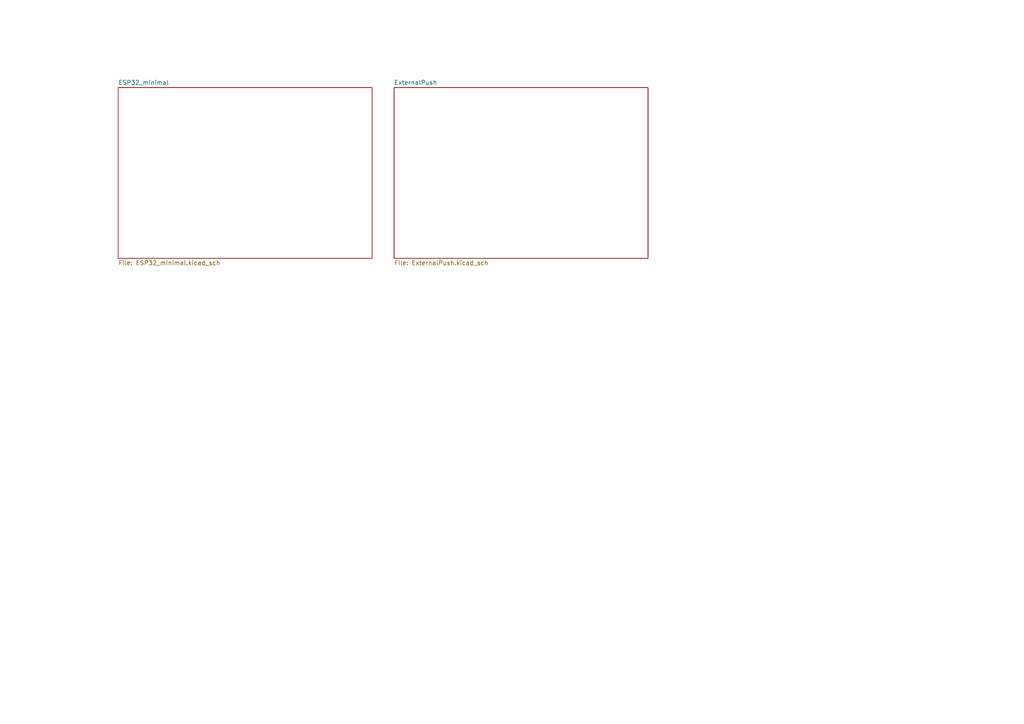
<source format=kicad_sch>
(kicad_sch (version 20211123) (generator eeschema)
  (paper "A4")
  (lib_symbols)
  (sheet (at 114.3 25.4) (size 73.66 49.53) (stroke (width 0.1524))
    (property "Sheet name" "ExternalPush" (at 114.3 24.6884 0) (effects (justify left bottom)))
    (property "Sheet file" "ExternalPush.kicad_sch" (at 114.3 75.5146 0) (effects (justify left top)))
  )
  (sheet (at 34.29 25.4) (size 73.66 49.53) (stroke (width 0.1524))
    (property "Sheet name" "ESP32_minimal" (at 34.29 24.6884 0) (effects (justify left bottom)))
    (property "Sheet file" "ESP32_minimal.kicad_sch" (at 34.29 75.5146 0) (effects (justify left top)))
  )
)
</source>
